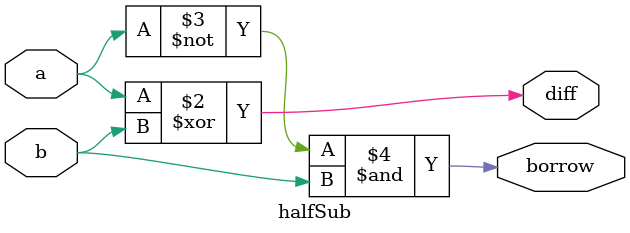
<source format=v>
`timescale 1ns / 1ps
module halfSub(
    input a,
    input b,
    output diff,
    output borrow
    );
	 reg diff, borrow;
	 
	 always @(*)
	 begin 
		diff = a^b;
		borrow = (~a)&b;
	 end
endmodule

</source>
